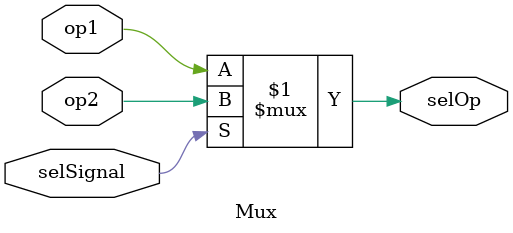
<source format=v>
module Mux (
    input selSignal,
    input op1,
    input op2,
    output selOp
);
    assign selOp = selSignal? op2: op1;
endmodule
</source>
